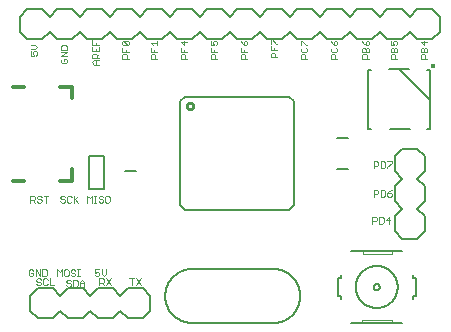
<source format=gto>
G75*
%MOIN*%
%OFA0B0*%
%FSLAX25Y25*%
%IPPOS*%
%LPD*%
%AMOC8*
5,1,8,0,0,1.08239X$1,22.5*
%
%ADD10C,0.00200*%
%ADD11C,0.00500*%
%ADD12C,0.01200*%
%ADD13C,0.00600*%
%ADD14C,0.00800*%
%ADD15C,0.01000*%
%ADD16C,0.01600*%
D10*
X0021813Y0018900D02*
X0021446Y0019267D01*
X0021813Y0018900D02*
X0022547Y0018900D01*
X0022914Y0019267D01*
X0022914Y0019634D01*
X0022547Y0020001D01*
X0021813Y0020001D01*
X0021446Y0020368D01*
X0021446Y0020735D01*
X0021813Y0021102D01*
X0022547Y0021102D01*
X0022914Y0020735D01*
X0023656Y0020735D02*
X0023656Y0019267D01*
X0024023Y0018900D01*
X0024757Y0018900D01*
X0025124Y0019267D01*
X0025866Y0018900D02*
X0027334Y0018900D01*
X0025866Y0018900D02*
X0025866Y0021102D01*
X0025124Y0020735D02*
X0024757Y0021102D01*
X0024023Y0021102D01*
X0023656Y0020735D01*
X0023366Y0021900D02*
X0024467Y0021900D01*
X0024834Y0022267D01*
X0024834Y0023735D01*
X0024467Y0024102D01*
X0023366Y0024102D01*
X0023366Y0021900D01*
X0022624Y0021900D02*
X0022624Y0024102D01*
X0021156Y0024102D02*
X0022624Y0021900D01*
X0021156Y0021900D02*
X0021156Y0024102D01*
X0020414Y0023735D02*
X0020047Y0024102D01*
X0019313Y0024102D01*
X0018946Y0023735D01*
X0018946Y0022267D01*
X0019313Y0021900D01*
X0020047Y0021900D01*
X0020414Y0022267D01*
X0020414Y0023001D01*
X0019680Y0023001D01*
X0028446Y0021900D02*
X0028446Y0024102D01*
X0029180Y0023368D01*
X0029914Y0024102D01*
X0029914Y0021900D01*
X0030656Y0022267D02*
X0031023Y0021900D01*
X0031757Y0021900D01*
X0032124Y0022267D01*
X0032124Y0023735D01*
X0031757Y0024102D01*
X0031023Y0024102D01*
X0030656Y0023735D01*
X0030656Y0022267D01*
X0031813Y0020602D02*
X0031446Y0020235D01*
X0031446Y0019868D01*
X0031813Y0019501D01*
X0032547Y0019501D01*
X0032914Y0019134D01*
X0032914Y0018767D01*
X0032547Y0018400D01*
X0031813Y0018400D01*
X0031446Y0018767D01*
X0031813Y0020602D02*
X0032547Y0020602D01*
X0032914Y0020235D01*
X0033656Y0020602D02*
X0033656Y0018400D01*
X0034757Y0018400D01*
X0035124Y0018767D01*
X0035124Y0020235D01*
X0034757Y0020602D01*
X0033656Y0020602D01*
X0033967Y0021900D02*
X0033233Y0021900D01*
X0032866Y0022267D01*
X0033233Y0023001D02*
X0033967Y0023001D01*
X0034334Y0022634D01*
X0034334Y0022267D01*
X0033967Y0021900D01*
X0035076Y0021900D02*
X0035810Y0021900D01*
X0035443Y0021900D02*
X0035443Y0024102D01*
X0035076Y0024102D02*
X0035810Y0024102D01*
X0034334Y0023735D02*
X0033967Y0024102D01*
X0033233Y0024102D01*
X0032866Y0023735D01*
X0032866Y0023368D01*
X0033233Y0023001D01*
X0035866Y0019868D02*
X0036600Y0020602D01*
X0037334Y0019868D01*
X0037334Y0018400D01*
X0037334Y0019501D02*
X0035866Y0019501D01*
X0035866Y0019868D02*
X0035866Y0018400D01*
X0040946Y0022267D02*
X0041313Y0021900D01*
X0042047Y0021900D01*
X0042414Y0022267D01*
X0042414Y0023001D01*
X0042047Y0023368D01*
X0041680Y0023368D01*
X0040946Y0023001D01*
X0040946Y0024102D01*
X0042414Y0024102D01*
X0043156Y0024102D02*
X0043156Y0022634D01*
X0043890Y0021900D01*
X0044624Y0022634D01*
X0044624Y0024102D01*
X0044656Y0021102D02*
X0046124Y0018900D01*
X0044656Y0018900D02*
X0046124Y0021102D01*
X0043914Y0020735D02*
X0043914Y0020001D01*
X0043547Y0019634D01*
X0042446Y0019634D01*
X0042446Y0018900D02*
X0042446Y0021102D01*
X0043547Y0021102D01*
X0043914Y0020735D01*
X0043180Y0019634D02*
X0043914Y0018900D01*
X0052446Y0021102D02*
X0053914Y0021102D01*
X0053180Y0021102D02*
X0053180Y0018900D01*
X0054656Y0018900D02*
X0056124Y0021102D01*
X0054656Y0021102D02*
X0056124Y0018900D01*
X0045440Y0046400D02*
X0045807Y0046767D01*
X0045807Y0048235D01*
X0045440Y0048602D01*
X0044706Y0048602D01*
X0044339Y0048235D01*
X0044339Y0046767D01*
X0044706Y0046400D01*
X0045440Y0046400D01*
X0043598Y0046767D02*
X0043231Y0046400D01*
X0042497Y0046400D01*
X0042130Y0046767D01*
X0042497Y0047501D02*
X0043231Y0047501D01*
X0043598Y0047134D01*
X0043598Y0046767D01*
X0042497Y0047501D02*
X0042130Y0047868D01*
X0042130Y0048235D01*
X0042497Y0048602D01*
X0043231Y0048602D01*
X0043598Y0048235D01*
X0041390Y0048602D02*
X0040656Y0048602D01*
X0041023Y0048602D02*
X0041023Y0046400D01*
X0040656Y0046400D02*
X0041390Y0046400D01*
X0039914Y0046400D02*
X0039914Y0048602D01*
X0039180Y0047868D01*
X0038446Y0048602D01*
X0038446Y0046400D01*
X0035334Y0046400D02*
X0034233Y0047501D01*
X0033866Y0047134D02*
X0035334Y0048602D01*
X0033866Y0048602D02*
X0033866Y0046400D01*
X0033124Y0046767D02*
X0032757Y0046400D01*
X0032023Y0046400D01*
X0031656Y0046767D01*
X0031656Y0048235D01*
X0032023Y0048602D01*
X0032757Y0048602D01*
X0033124Y0048235D01*
X0030914Y0048235D02*
X0030547Y0048602D01*
X0029813Y0048602D01*
X0029446Y0048235D01*
X0029446Y0047868D01*
X0029813Y0047501D01*
X0030547Y0047501D01*
X0030914Y0047134D01*
X0030914Y0046767D01*
X0030547Y0046400D01*
X0029813Y0046400D01*
X0029446Y0046767D01*
X0025334Y0048602D02*
X0023866Y0048602D01*
X0024600Y0048602D02*
X0024600Y0046400D01*
X0023124Y0046767D02*
X0022757Y0046400D01*
X0022023Y0046400D01*
X0021656Y0046767D01*
X0022023Y0047501D02*
X0022757Y0047501D01*
X0023124Y0047134D01*
X0023124Y0046767D01*
X0022023Y0047501D02*
X0021656Y0047868D01*
X0021656Y0048235D01*
X0022023Y0048602D01*
X0022757Y0048602D01*
X0023124Y0048235D01*
X0020914Y0048235D02*
X0020914Y0047501D01*
X0020547Y0047134D01*
X0019446Y0047134D01*
X0019446Y0046400D02*
X0019446Y0048602D01*
X0020547Y0048602D01*
X0020914Y0048235D01*
X0020180Y0047134D02*
X0020914Y0046400D01*
X0029912Y0092900D02*
X0029545Y0093267D01*
X0029545Y0094001D01*
X0029912Y0094368D01*
X0030646Y0094368D02*
X0030646Y0093634D01*
X0030646Y0094368D02*
X0031379Y0094368D01*
X0031746Y0094001D01*
X0031746Y0093267D01*
X0031379Y0092900D01*
X0029912Y0092900D01*
X0029545Y0095110D02*
X0031746Y0096578D01*
X0029545Y0096578D01*
X0029545Y0097320D02*
X0029545Y0098421D01*
X0029912Y0098788D01*
X0031379Y0098788D01*
X0031746Y0098421D01*
X0031746Y0097320D01*
X0029545Y0097320D01*
X0029545Y0095110D02*
X0031746Y0095110D01*
X0040045Y0094610D02*
X0040045Y0095711D01*
X0040412Y0096078D01*
X0041146Y0096078D01*
X0041513Y0095711D01*
X0041513Y0094610D01*
X0042246Y0094610D02*
X0040045Y0094610D01*
X0040779Y0093868D02*
X0042246Y0093868D01*
X0041146Y0093868D02*
X0041146Y0092400D01*
X0040779Y0092400D02*
X0042246Y0092400D01*
X0040779Y0092400D02*
X0040045Y0093134D01*
X0040779Y0093868D01*
X0041513Y0095344D02*
X0042246Y0096078D01*
X0042246Y0096820D02*
X0040045Y0096820D01*
X0040045Y0098288D01*
X0040045Y0099030D02*
X0040045Y0100498D01*
X0041146Y0099764D02*
X0041146Y0099030D01*
X0042246Y0099030D02*
X0040045Y0099030D01*
X0041146Y0097554D02*
X0041146Y0096820D01*
X0042246Y0096820D02*
X0042246Y0098288D01*
X0050045Y0098078D02*
X0050045Y0096610D01*
X0052246Y0096610D01*
X0051146Y0096610D02*
X0051146Y0097344D01*
X0051146Y0095868D02*
X0051512Y0095501D01*
X0051512Y0094400D01*
X0052246Y0094400D02*
X0050045Y0094400D01*
X0050045Y0095501D01*
X0050412Y0095868D01*
X0051146Y0095868D01*
X0051879Y0098820D02*
X0050412Y0100288D01*
X0051879Y0100288D01*
X0052246Y0099921D01*
X0052246Y0099187D01*
X0051879Y0098820D01*
X0050412Y0098820D01*
X0050045Y0099187D01*
X0050045Y0099921D01*
X0050412Y0100288D01*
X0059545Y0099554D02*
X0061746Y0099554D01*
X0061746Y0098820D02*
X0061746Y0100288D01*
X0060279Y0098820D02*
X0059545Y0099554D01*
X0059545Y0098078D02*
X0059545Y0096610D01*
X0061746Y0096610D01*
X0060646Y0096610D02*
X0060646Y0097344D01*
X0060646Y0095868D02*
X0061012Y0095501D01*
X0061012Y0094400D01*
X0061746Y0094400D02*
X0059545Y0094400D01*
X0059545Y0095501D01*
X0059912Y0095868D01*
X0060646Y0095868D01*
X0069545Y0095501D02*
X0069545Y0094400D01*
X0071746Y0094400D01*
X0071013Y0094400D02*
X0071013Y0095501D01*
X0070646Y0095868D01*
X0069912Y0095868D01*
X0069545Y0095501D01*
X0069545Y0096610D02*
X0069545Y0098078D01*
X0070646Y0097344D02*
X0070646Y0096610D01*
X0071746Y0096610D02*
X0069545Y0096610D01*
X0070646Y0098820D02*
X0070646Y0100288D01*
X0071746Y0099921D02*
X0069545Y0099921D01*
X0070646Y0098820D01*
X0079545Y0098820D02*
X0080646Y0098820D01*
X0080279Y0099554D01*
X0080279Y0099921D01*
X0080646Y0100288D01*
X0081379Y0100288D01*
X0081746Y0099921D01*
X0081746Y0099187D01*
X0081379Y0098820D01*
X0080646Y0097344D02*
X0080646Y0096610D01*
X0080646Y0095868D02*
X0079912Y0095868D01*
X0079545Y0095501D01*
X0079545Y0094400D01*
X0081746Y0094400D01*
X0081013Y0094400D02*
X0081013Y0095501D01*
X0080646Y0095868D01*
X0081746Y0096610D02*
X0079545Y0096610D01*
X0079545Y0098078D01*
X0079545Y0098820D02*
X0079545Y0100288D01*
X0089545Y0100288D02*
X0089912Y0099554D01*
X0090646Y0098820D01*
X0090646Y0099921D01*
X0091012Y0100288D01*
X0091379Y0100288D01*
X0091746Y0099921D01*
X0091746Y0099187D01*
X0091379Y0098820D01*
X0090646Y0098820D01*
X0089545Y0098078D02*
X0089545Y0096610D01*
X0091746Y0096610D01*
X0090646Y0096610D02*
X0090646Y0097344D01*
X0090646Y0095868D02*
X0091012Y0095501D01*
X0091012Y0094400D01*
X0091746Y0094400D02*
X0089545Y0094400D01*
X0089545Y0095501D01*
X0089912Y0095868D01*
X0090646Y0095868D01*
X0099545Y0096001D02*
X0099545Y0094900D01*
X0101746Y0094900D01*
X0101012Y0094900D02*
X0101012Y0096001D01*
X0100646Y0096368D01*
X0099912Y0096368D01*
X0099545Y0096001D01*
X0099545Y0097110D02*
X0099545Y0098578D01*
X0099545Y0099320D02*
X0099545Y0100788D01*
X0099912Y0100788D01*
X0101379Y0099320D01*
X0101746Y0099320D01*
X0100646Y0097844D02*
X0100646Y0097110D01*
X0101746Y0097110D02*
X0099545Y0097110D01*
X0109545Y0096977D02*
X0109912Y0096610D01*
X0111379Y0096610D01*
X0111746Y0096977D01*
X0111746Y0097711D01*
X0111379Y0098078D01*
X0111379Y0098820D02*
X0111746Y0098820D01*
X0111379Y0098820D02*
X0109912Y0100288D01*
X0109545Y0100288D01*
X0109545Y0098820D01*
X0109912Y0098078D02*
X0109545Y0097711D01*
X0109545Y0096977D01*
X0109912Y0095868D02*
X0109545Y0095501D01*
X0109545Y0094400D01*
X0111746Y0094400D01*
X0111012Y0094400D02*
X0111012Y0095501D01*
X0110646Y0095868D01*
X0109912Y0095868D01*
X0119545Y0095501D02*
X0119545Y0094400D01*
X0121746Y0094400D01*
X0121012Y0094400D02*
X0121012Y0095501D01*
X0120646Y0095868D01*
X0119912Y0095868D01*
X0119545Y0095501D01*
X0119912Y0096610D02*
X0121379Y0096610D01*
X0121746Y0096977D01*
X0121746Y0097711D01*
X0121379Y0098078D01*
X0121379Y0098820D02*
X0121746Y0099187D01*
X0121746Y0099921D01*
X0121379Y0100288D01*
X0121012Y0100288D01*
X0120646Y0099921D01*
X0120646Y0098820D01*
X0121379Y0098820D01*
X0120646Y0098820D02*
X0119912Y0099554D01*
X0119545Y0100288D01*
X0119912Y0098078D02*
X0119545Y0097711D01*
X0119545Y0096977D01*
X0119912Y0096610D01*
X0130045Y0096610D02*
X0130045Y0097711D01*
X0130412Y0098078D01*
X0130779Y0098078D01*
X0131146Y0097711D01*
X0131146Y0096610D01*
X0131146Y0095868D02*
X0131513Y0095501D01*
X0131513Y0094400D01*
X0132246Y0094400D02*
X0130045Y0094400D01*
X0130045Y0095501D01*
X0130412Y0095868D01*
X0131146Y0095868D01*
X0132246Y0096610D02*
X0130045Y0096610D01*
X0131146Y0097711D02*
X0131513Y0098078D01*
X0131879Y0098078D01*
X0132246Y0097711D01*
X0132246Y0096610D01*
X0131879Y0098820D02*
X0132246Y0099187D01*
X0132246Y0099921D01*
X0131879Y0100288D01*
X0131513Y0100288D01*
X0131146Y0099921D01*
X0131146Y0098820D01*
X0131879Y0098820D01*
X0131146Y0098820D02*
X0130412Y0099554D01*
X0130045Y0100288D01*
X0139545Y0100288D02*
X0139545Y0098820D01*
X0140646Y0098820D01*
X0140279Y0099554D01*
X0140279Y0099921D01*
X0140646Y0100288D01*
X0141379Y0100288D01*
X0141746Y0099921D01*
X0141746Y0099187D01*
X0141379Y0098820D01*
X0141379Y0098078D02*
X0141746Y0097711D01*
X0141746Y0096610D01*
X0139545Y0096610D01*
X0139545Y0097711D01*
X0139912Y0098078D01*
X0140279Y0098078D01*
X0140646Y0097711D01*
X0140646Y0096610D01*
X0140646Y0095868D02*
X0141013Y0095501D01*
X0141013Y0094400D01*
X0141746Y0094400D02*
X0139545Y0094400D01*
X0139545Y0095501D01*
X0139912Y0095868D01*
X0140646Y0095868D01*
X0140646Y0097711D02*
X0141013Y0098078D01*
X0141379Y0098078D01*
X0149545Y0097711D02*
X0149912Y0098078D01*
X0150279Y0098078D01*
X0150646Y0097711D01*
X0150646Y0096610D01*
X0150646Y0095868D02*
X0151013Y0095501D01*
X0151013Y0094400D01*
X0151746Y0094400D02*
X0149545Y0094400D01*
X0149545Y0095501D01*
X0149912Y0095868D01*
X0150646Y0095868D01*
X0151746Y0096610D02*
X0149545Y0096610D01*
X0149545Y0097711D01*
X0150646Y0097711D02*
X0151013Y0098078D01*
X0151379Y0098078D01*
X0151746Y0097711D01*
X0151746Y0096610D01*
X0150646Y0098820D02*
X0150646Y0100288D01*
X0151746Y0099921D02*
X0149545Y0099921D01*
X0150646Y0098820D01*
X0139834Y0060102D02*
X0138366Y0060102D01*
X0137624Y0059735D02*
X0137624Y0058267D01*
X0137257Y0057900D01*
X0136156Y0057900D01*
X0136156Y0060102D01*
X0137257Y0060102D01*
X0137624Y0059735D01*
X0138366Y0058267D02*
X0138366Y0057900D01*
X0138366Y0058267D02*
X0139834Y0059735D01*
X0139834Y0060102D01*
X0135414Y0059735D02*
X0135414Y0059001D01*
X0135047Y0058634D01*
X0133946Y0058634D01*
X0133946Y0057900D02*
X0133946Y0060102D01*
X0135047Y0060102D01*
X0135414Y0059735D01*
X0135047Y0050602D02*
X0133946Y0050602D01*
X0133946Y0048400D01*
X0133946Y0049134D02*
X0135047Y0049134D01*
X0135414Y0049501D01*
X0135414Y0050235D01*
X0135047Y0050602D01*
X0136156Y0050602D02*
X0137257Y0050602D01*
X0137624Y0050235D01*
X0137624Y0048767D01*
X0137257Y0048400D01*
X0136156Y0048400D01*
X0136156Y0050602D01*
X0138366Y0049501D02*
X0139467Y0049501D01*
X0139834Y0049134D01*
X0139834Y0048767D01*
X0139467Y0048400D01*
X0138733Y0048400D01*
X0138366Y0048767D01*
X0138366Y0049501D01*
X0139100Y0050235D01*
X0139834Y0050602D01*
X0138967Y0041602D02*
X0137866Y0040501D01*
X0139334Y0040501D01*
X0138967Y0039400D02*
X0138967Y0041602D01*
X0137124Y0041235D02*
X0137124Y0039767D01*
X0136757Y0039400D01*
X0135656Y0039400D01*
X0135656Y0041602D01*
X0136757Y0041602D01*
X0137124Y0041235D01*
X0134914Y0041235D02*
X0134914Y0040501D01*
X0134547Y0040134D01*
X0133446Y0040134D01*
X0133446Y0039400D02*
X0133446Y0041602D01*
X0134547Y0041602D01*
X0134914Y0041235D01*
X0130346Y0030300D02*
X0130346Y0029300D01*
X0139846Y0029300D01*
X0139846Y0030300D01*
X0139846Y0007300D02*
X0129846Y0007300D01*
X0129846Y0006300D01*
X0139846Y0006300D02*
X0139846Y0007300D01*
X0021746Y0095767D02*
X0021746Y0096501D01*
X0021379Y0096868D01*
X0020646Y0096868D01*
X0020279Y0096501D01*
X0020279Y0096134D01*
X0020646Y0095400D01*
X0019545Y0095400D01*
X0019545Y0096868D01*
X0019545Y0097610D02*
X0021013Y0097610D01*
X0021746Y0098344D01*
X0021013Y0099078D01*
X0019545Y0099078D01*
X0021746Y0095767D02*
X0021379Y0095400D01*
D11*
X0038846Y0061800D02*
X0043846Y0061800D01*
X0043846Y0050800D01*
X0038846Y0050800D01*
X0038846Y0061800D01*
X0050971Y0057050D02*
X0054721Y0057050D01*
X0121471Y0057550D02*
X0125221Y0057550D01*
X0125221Y0068050D02*
X0121471Y0068050D01*
D12*
X0033157Y0057489D02*
X0033157Y0053552D01*
X0029220Y0053552D01*
X0017409Y0053552D02*
X0013472Y0053552D01*
X0033157Y0081111D02*
X0033157Y0085048D01*
X0033086Y0085020D02*
X0029220Y0085020D01*
X0029220Y0085048D01*
X0017409Y0085048D02*
X0013472Y0085048D01*
D13*
X0121846Y0021300D02*
X0121846Y0015300D01*
X0122846Y0015300D01*
X0122846Y0014300D01*
X0122846Y0021300D02*
X0122846Y0022300D01*
X0122846Y0021300D02*
X0121846Y0021300D01*
X0126346Y0030300D02*
X0130346Y0030300D01*
X0139846Y0030300D01*
X0143346Y0030300D01*
X0146846Y0022300D02*
X0146846Y0021300D01*
X0147846Y0021300D01*
X0147846Y0015300D01*
X0146846Y0015300D01*
X0146846Y0014300D01*
X0143346Y0006300D02*
X0139846Y0006300D01*
X0129846Y0006300D01*
X0126346Y0006300D01*
X0133846Y0018300D02*
X0133848Y0018363D01*
X0133854Y0018425D01*
X0133864Y0018487D01*
X0133877Y0018549D01*
X0133895Y0018609D01*
X0133916Y0018668D01*
X0133941Y0018726D01*
X0133970Y0018782D01*
X0134002Y0018836D01*
X0134037Y0018888D01*
X0134075Y0018937D01*
X0134117Y0018985D01*
X0134161Y0019029D01*
X0134209Y0019071D01*
X0134258Y0019109D01*
X0134310Y0019144D01*
X0134364Y0019176D01*
X0134420Y0019205D01*
X0134478Y0019230D01*
X0134537Y0019251D01*
X0134597Y0019269D01*
X0134659Y0019282D01*
X0134721Y0019292D01*
X0134783Y0019298D01*
X0134846Y0019300D01*
X0134909Y0019298D01*
X0134971Y0019292D01*
X0135033Y0019282D01*
X0135095Y0019269D01*
X0135155Y0019251D01*
X0135214Y0019230D01*
X0135272Y0019205D01*
X0135328Y0019176D01*
X0135382Y0019144D01*
X0135434Y0019109D01*
X0135483Y0019071D01*
X0135531Y0019029D01*
X0135575Y0018985D01*
X0135617Y0018937D01*
X0135655Y0018888D01*
X0135690Y0018836D01*
X0135722Y0018782D01*
X0135751Y0018726D01*
X0135776Y0018668D01*
X0135797Y0018609D01*
X0135815Y0018549D01*
X0135828Y0018487D01*
X0135838Y0018425D01*
X0135844Y0018363D01*
X0135846Y0018300D01*
X0135844Y0018237D01*
X0135838Y0018175D01*
X0135828Y0018113D01*
X0135815Y0018051D01*
X0135797Y0017991D01*
X0135776Y0017932D01*
X0135751Y0017874D01*
X0135722Y0017818D01*
X0135690Y0017764D01*
X0135655Y0017712D01*
X0135617Y0017663D01*
X0135575Y0017615D01*
X0135531Y0017571D01*
X0135483Y0017529D01*
X0135434Y0017491D01*
X0135382Y0017456D01*
X0135328Y0017424D01*
X0135272Y0017395D01*
X0135214Y0017370D01*
X0135155Y0017349D01*
X0135095Y0017331D01*
X0135033Y0017318D01*
X0134971Y0017308D01*
X0134909Y0017302D01*
X0134846Y0017300D01*
X0134783Y0017302D01*
X0134721Y0017308D01*
X0134659Y0017318D01*
X0134597Y0017331D01*
X0134537Y0017349D01*
X0134478Y0017370D01*
X0134420Y0017395D01*
X0134364Y0017424D01*
X0134310Y0017456D01*
X0134258Y0017491D01*
X0134209Y0017529D01*
X0134161Y0017571D01*
X0134117Y0017615D01*
X0134075Y0017663D01*
X0134037Y0017712D01*
X0134002Y0017764D01*
X0133970Y0017818D01*
X0133941Y0017874D01*
X0133916Y0017932D01*
X0133895Y0017991D01*
X0133877Y0018051D01*
X0133864Y0018113D01*
X0133854Y0018175D01*
X0133848Y0018237D01*
X0133846Y0018300D01*
X0127846Y0018300D02*
X0127848Y0018472D01*
X0127854Y0018643D01*
X0127865Y0018815D01*
X0127880Y0018986D01*
X0127899Y0019157D01*
X0127922Y0019327D01*
X0127949Y0019497D01*
X0127981Y0019666D01*
X0128016Y0019834D01*
X0128056Y0020001D01*
X0128100Y0020167D01*
X0128147Y0020332D01*
X0128199Y0020496D01*
X0128255Y0020658D01*
X0128315Y0020819D01*
X0128379Y0020979D01*
X0128447Y0021137D01*
X0128518Y0021293D01*
X0128593Y0021447D01*
X0128673Y0021600D01*
X0128755Y0021750D01*
X0128842Y0021899D01*
X0128932Y0022045D01*
X0129026Y0022189D01*
X0129123Y0022331D01*
X0129224Y0022470D01*
X0129328Y0022607D01*
X0129435Y0022741D01*
X0129546Y0022872D01*
X0129659Y0023001D01*
X0129776Y0023127D01*
X0129896Y0023250D01*
X0130019Y0023370D01*
X0130145Y0023487D01*
X0130274Y0023600D01*
X0130405Y0023711D01*
X0130539Y0023818D01*
X0130676Y0023922D01*
X0130815Y0024023D01*
X0130957Y0024120D01*
X0131101Y0024214D01*
X0131247Y0024304D01*
X0131396Y0024391D01*
X0131546Y0024473D01*
X0131699Y0024553D01*
X0131853Y0024628D01*
X0132009Y0024699D01*
X0132167Y0024767D01*
X0132327Y0024831D01*
X0132488Y0024891D01*
X0132650Y0024947D01*
X0132814Y0024999D01*
X0132979Y0025046D01*
X0133145Y0025090D01*
X0133312Y0025130D01*
X0133480Y0025165D01*
X0133649Y0025197D01*
X0133819Y0025224D01*
X0133989Y0025247D01*
X0134160Y0025266D01*
X0134331Y0025281D01*
X0134503Y0025292D01*
X0134674Y0025298D01*
X0134846Y0025300D01*
X0135018Y0025298D01*
X0135189Y0025292D01*
X0135361Y0025281D01*
X0135532Y0025266D01*
X0135703Y0025247D01*
X0135873Y0025224D01*
X0136043Y0025197D01*
X0136212Y0025165D01*
X0136380Y0025130D01*
X0136547Y0025090D01*
X0136713Y0025046D01*
X0136878Y0024999D01*
X0137042Y0024947D01*
X0137204Y0024891D01*
X0137365Y0024831D01*
X0137525Y0024767D01*
X0137683Y0024699D01*
X0137839Y0024628D01*
X0137993Y0024553D01*
X0138146Y0024473D01*
X0138296Y0024391D01*
X0138445Y0024304D01*
X0138591Y0024214D01*
X0138735Y0024120D01*
X0138877Y0024023D01*
X0139016Y0023922D01*
X0139153Y0023818D01*
X0139287Y0023711D01*
X0139418Y0023600D01*
X0139547Y0023487D01*
X0139673Y0023370D01*
X0139796Y0023250D01*
X0139916Y0023127D01*
X0140033Y0023001D01*
X0140146Y0022872D01*
X0140257Y0022741D01*
X0140364Y0022607D01*
X0140468Y0022470D01*
X0140569Y0022331D01*
X0140666Y0022189D01*
X0140760Y0022045D01*
X0140850Y0021899D01*
X0140937Y0021750D01*
X0141019Y0021600D01*
X0141099Y0021447D01*
X0141174Y0021293D01*
X0141245Y0021137D01*
X0141313Y0020979D01*
X0141377Y0020819D01*
X0141437Y0020658D01*
X0141493Y0020496D01*
X0141545Y0020332D01*
X0141592Y0020167D01*
X0141636Y0020001D01*
X0141676Y0019834D01*
X0141711Y0019666D01*
X0141743Y0019497D01*
X0141770Y0019327D01*
X0141793Y0019157D01*
X0141812Y0018986D01*
X0141827Y0018815D01*
X0141838Y0018643D01*
X0141844Y0018472D01*
X0141846Y0018300D01*
X0141844Y0018128D01*
X0141838Y0017957D01*
X0141827Y0017785D01*
X0141812Y0017614D01*
X0141793Y0017443D01*
X0141770Y0017273D01*
X0141743Y0017103D01*
X0141711Y0016934D01*
X0141676Y0016766D01*
X0141636Y0016599D01*
X0141592Y0016433D01*
X0141545Y0016268D01*
X0141493Y0016104D01*
X0141437Y0015942D01*
X0141377Y0015781D01*
X0141313Y0015621D01*
X0141245Y0015463D01*
X0141174Y0015307D01*
X0141099Y0015153D01*
X0141019Y0015000D01*
X0140937Y0014850D01*
X0140850Y0014701D01*
X0140760Y0014555D01*
X0140666Y0014411D01*
X0140569Y0014269D01*
X0140468Y0014130D01*
X0140364Y0013993D01*
X0140257Y0013859D01*
X0140146Y0013728D01*
X0140033Y0013599D01*
X0139916Y0013473D01*
X0139796Y0013350D01*
X0139673Y0013230D01*
X0139547Y0013113D01*
X0139418Y0013000D01*
X0139287Y0012889D01*
X0139153Y0012782D01*
X0139016Y0012678D01*
X0138877Y0012577D01*
X0138735Y0012480D01*
X0138591Y0012386D01*
X0138445Y0012296D01*
X0138296Y0012209D01*
X0138146Y0012127D01*
X0137993Y0012047D01*
X0137839Y0011972D01*
X0137683Y0011901D01*
X0137525Y0011833D01*
X0137365Y0011769D01*
X0137204Y0011709D01*
X0137042Y0011653D01*
X0136878Y0011601D01*
X0136713Y0011554D01*
X0136547Y0011510D01*
X0136380Y0011470D01*
X0136212Y0011435D01*
X0136043Y0011403D01*
X0135873Y0011376D01*
X0135703Y0011353D01*
X0135532Y0011334D01*
X0135361Y0011319D01*
X0135189Y0011308D01*
X0135018Y0011302D01*
X0134846Y0011300D01*
X0134674Y0011302D01*
X0134503Y0011308D01*
X0134331Y0011319D01*
X0134160Y0011334D01*
X0133989Y0011353D01*
X0133819Y0011376D01*
X0133649Y0011403D01*
X0133480Y0011435D01*
X0133312Y0011470D01*
X0133145Y0011510D01*
X0132979Y0011554D01*
X0132814Y0011601D01*
X0132650Y0011653D01*
X0132488Y0011709D01*
X0132327Y0011769D01*
X0132167Y0011833D01*
X0132009Y0011901D01*
X0131853Y0011972D01*
X0131699Y0012047D01*
X0131546Y0012127D01*
X0131396Y0012209D01*
X0131247Y0012296D01*
X0131101Y0012386D01*
X0130957Y0012480D01*
X0130815Y0012577D01*
X0130676Y0012678D01*
X0130539Y0012782D01*
X0130405Y0012889D01*
X0130274Y0013000D01*
X0130145Y0013113D01*
X0130019Y0013230D01*
X0129896Y0013350D01*
X0129776Y0013473D01*
X0129659Y0013599D01*
X0129546Y0013728D01*
X0129435Y0013859D01*
X0129328Y0013993D01*
X0129224Y0014130D01*
X0129123Y0014269D01*
X0129026Y0014411D01*
X0128932Y0014555D01*
X0128842Y0014701D01*
X0128755Y0014850D01*
X0128673Y0015000D01*
X0128593Y0015153D01*
X0128518Y0015307D01*
X0128447Y0015463D01*
X0128379Y0015621D01*
X0128315Y0015781D01*
X0128255Y0015942D01*
X0128199Y0016104D01*
X0128147Y0016268D01*
X0128100Y0016433D01*
X0128056Y0016599D01*
X0128016Y0016766D01*
X0127981Y0016934D01*
X0127949Y0017103D01*
X0127922Y0017273D01*
X0127899Y0017443D01*
X0127880Y0017614D01*
X0127865Y0017785D01*
X0127854Y0017957D01*
X0127848Y0018128D01*
X0127846Y0018300D01*
D14*
X0019346Y0015300D02*
X0019346Y0010300D01*
X0021846Y0007800D01*
X0026846Y0007800D01*
X0029346Y0010300D01*
X0031846Y0007800D01*
X0036846Y0007800D01*
X0039346Y0010300D01*
X0041846Y0007800D01*
X0046846Y0007800D01*
X0049346Y0010300D01*
X0051846Y0007800D01*
X0056846Y0007800D01*
X0059346Y0010300D01*
X0059346Y0015300D01*
X0056846Y0017800D01*
X0051846Y0017800D01*
X0049346Y0015300D01*
X0046846Y0017800D01*
X0041846Y0017800D01*
X0039346Y0015300D01*
X0036846Y0017800D01*
X0031846Y0017800D01*
X0029346Y0015300D01*
X0026846Y0017800D01*
X0021846Y0017800D01*
X0019346Y0015300D01*
X0069449Y0045477D02*
X0069449Y0080123D01*
X0071024Y0081698D01*
X0105669Y0081698D01*
X0107244Y0080123D01*
X0107244Y0045477D01*
X0105669Y0043902D01*
X0071024Y0043902D01*
X0069449Y0045477D01*
X0073346Y0024300D02*
X0100346Y0024300D01*
X0100565Y0024297D01*
X0100784Y0024289D01*
X0101003Y0024276D01*
X0101221Y0024257D01*
X0101439Y0024233D01*
X0101656Y0024204D01*
X0101873Y0024170D01*
X0102088Y0024130D01*
X0102303Y0024085D01*
X0102516Y0024034D01*
X0102728Y0023979D01*
X0102939Y0023918D01*
X0103148Y0023853D01*
X0103355Y0023782D01*
X0103561Y0023706D01*
X0103765Y0023625D01*
X0103967Y0023540D01*
X0104166Y0023449D01*
X0104363Y0023354D01*
X0104558Y0023253D01*
X0104751Y0023148D01*
X0104941Y0023039D01*
X0105128Y0022925D01*
X0105312Y0022806D01*
X0105493Y0022683D01*
X0105671Y0022555D01*
X0105847Y0022423D01*
X0106018Y0022287D01*
X0106187Y0022147D01*
X0106352Y0022003D01*
X0106513Y0021855D01*
X0106671Y0021703D01*
X0106825Y0021547D01*
X0106975Y0021387D01*
X0107122Y0021224D01*
X0107264Y0021057D01*
X0107402Y0020887D01*
X0107536Y0020713D01*
X0107666Y0020537D01*
X0107791Y0020357D01*
X0107912Y0020174D01*
X0108028Y0019988D01*
X0108140Y0019800D01*
X0108247Y0019609D01*
X0108350Y0019415D01*
X0108448Y0019219D01*
X0108541Y0019021D01*
X0108629Y0018820D01*
X0108712Y0018617D01*
X0108791Y0018412D01*
X0108864Y0018206D01*
X0108932Y0017998D01*
X0108995Y0017788D01*
X0109053Y0017576D01*
X0109106Y0017364D01*
X0109154Y0017150D01*
X0109196Y0016935D01*
X0109233Y0016719D01*
X0109265Y0016502D01*
X0109292Y0016284D01*
X0109313Y0016066D01*
X0109329Y0015848D01*
X0109340Y0015629D01*
X0109345Y0015410D01*
X0109345Y0015190D01*
X0109340Y0014971D01*
X0109329Y0014752D01*
X0109313Y0014534D01*
X0109292Y0014316D01*
X0109265Y0014098D01*
X0109233Y0013881D01*
X0109196Y0013665D01*
X0109154Y0013450D01*
X0109106Y0013236D01*
X0109053Y0013024D01*
X0108995Y0012812D01*
X0108932Y0012602D01*
X0108864Y0012394D01*
X0108791Y0012188D01*
X0108712Y0011983D01*
X0108629Y0011780D01*
X0108541Y0011579D01*
X0108448Y0011381D01*
X0108350Y0011185D01*
X0108247Y0010991D01*
X0108140Y0010800D01*
X0108028Y0010612D01*
X0107912Y0010426D01*
X0107791Y0010243D01*
X0107666Y0010063D01*
X0107536Y0009887D01*
X0107402Y0009713D01*
X0107264Y0009543D01*
X0107122Y0009376D01*
X0106975Y0009213D01*
X0106825Y0009053D01*
X0106671Y0008897D01*
X0106513Y0008745D01*
X0106352Y0008597D01*
X0106187Y0008453D01*
X0106018Y0008313D01*
X0105847Y0008177D01*
X0105671Y0008045D01*
X0105493Y0007917D01*
X0105312Y0007794D01*
X0105128Y0007675D01*
X0104941Y0007561D01*
X0104751Y0007452D01*
X0104558Y0007347D01*
X0104363Y0007246D01*
X0104166Y0007151D01*
X0103967Y0007060D01*
X0103765Y0006975D01*
X0103561Y0006894D01*
X0103355Y0006818D01*
X0103148Y0006747D01*
X0102939Y0006682D01*
X0102728Y0006621D01*
X0102516Y0006566D01*
X0102303Y0006515D01*
X0102088Y0006470D01*
X0101873Y0006430D01*
X0101656Y0006396D01*
X0101439Y0006367D01*
X0101221Y0006343D01*
X0101003Y0006324D01*
X0100784Y0006311D01*
X0100565Y0006303D01*
X0100346Y0006300D01*
X0073346Y0006300D01*
X0073127Y0006303D01*
X0072908Y0006311D01*
X0072689Y0006324D01*
X0072471Y0006343D01*
X0072253Y0006367D01*
X0072036Y0006396D01*
X0071819Y0006430D01*
X0071604Y0006470D01*
X0071389Y0006515D01*
X0071176Y0006566D01*
X0070964Y0006621D01*
X0070753Y0006682D01*
X0070544Y0006747D01*
X0070337Y0006818D01*
X0070131Y0006894D01*
X0069927Y0006975D01*
X0069725Y0007060D01*
X0069526Y0007151D01*
X0069329Y0007246D01*
X0069134Y0007347D01*
X0068941Y0007452D01*
X0068751Y0007561D01*
X0068564Y0007675D01*
X0068380Y0007794D01*
X0068199Y0007917D01*
X0068021Y0008045D01*
X0067845Y0008177D01*
X0067674Y0008313D01*
X0067505Y0008453D01*
X0067340Y0008597D01*
X0067179Y0008745D01*
X0067021Y0008897D01*
X0066867Y0009053D01*
X0066717Y0009213D01*
X0066570Y0009376D01*
X0066428Y0009543D01*
X0066290Y0009713D01*
X0066156Y0009887D01*
X0066026Y0010063D01*
X0065901Y0010243D01*
X0065780Y0010426D01*
X0065664Y0010612D01*
X0065552Y0010800D01*
X0065445Y0010991D01*
X0065342Y0011185D01*
X0065244Y0011381D01*
X0065151Y0011579D01*
X0065063Y0011780D01*
X0064980Y0011983D01*
X0064901Y0012188D01*
X0064828Y0012394D01*
X0064760Y0012602D01*
X0064697Y0012812D01*
X0064639Y0013024D01*
X0064586Y0013236D01*
X0064538Y0013450D01*
X0064496Y0013665D01*
X0064459Y0013881D01*
X0064427Y0014098D01*
X0064400Y0014316D01*
X0064379Y0014534D01*
X0064363Y0014752D01*
X0064352Y0014971D01*
X0064347Y0015190D01*
X0064347Y0015410D01*
X0064352Y0015629D01*
X0064363Y0015848D01*
X0064379Y0016066D01*
X0064400Y0016284D01*
X0064427Y0016502D01*
X0064459Y0016719D01*
X0064496Y0016935D01*
X0064538Y0017150D01*
X0064586Y0017364D01*
X0064639Y0017576D01*
X0064697Y0017788D01*
X0064760Y0017998D01*
X0064828Y0018206D01*
X0064901Y0018412D01*
X0064980Y0018617D01*
X0065063Y0018820D01*
X0065151Y0019021D01*
X0065244Y0019219D01*
X0065342Y0019415D01*
X0065445Y0019609D01*
X0065552Y0019800D01*
X0065664Y0019988D01*
X0065780Y0020174D01*
X0065901Y0020357D01*
X0066026Y0020537D01*
X0066156Y0020713D01*
X0066290Y0020887D01*
X0066428Y0021057D01*
X0066570Y0021224D01*
X0066717Y0021387D01*
X0066867Y0021547D01*
X0067021Y0021703D01*
X0067179Y0021855D01*
X0067340Y0022003D01*
X0067505Y0022147D01*
X0067674Y0022287D01*
X0067845Y0022423D01*
X0068021Y0022555D01*
X0068199Y0022683D01*
X0068380Y0022806D01*
X0068564Y0022925D01*
X0068751Y0023039D01*
X0068941Y0023148D01*
X0069134Y0023253D01*
X0069329Y0023354D01*
X0069526Y0023449D01*
X0069725Y0023540D01*
X0069927Y0023625D01*
X0070131Y0023706D01*
X0070337Y0023782D01*
X0070544Y0023853D01*
X0070753Y0023918D01*
X0070964Y0023979D01*
X0071176Y0024034D01*
X0071389Y0024085D01*
X0071604Y0024130D01*
X0071819Y0024170D01*
X0072036Y0024204D01*
X0072253Y0024233D01*
X0072471Y0024257D01*
X0072689Y0024276D01*
X0072908Y0024289D01*
X0073127Y0024297D01*
X0073346Y0024300D01*
X0132046Y0071000D02*
X0132046Y0071200D01*
X0132066Y0071200D01*
X0132066Y0090690D01*
X0132976Y0090690D01*
X0138946Y0090800D02*
X0142346Y0090800D01*
X0152346Y0080800D01*
X0152546Y0071120D02*
X0152556Y0071120D01*
X0152556Y0090680D01*
X0151666Y0090680D01*
X0145746Y0090800D02*
X0142346Y0090800D01*
X0143346Y0100800D02*
X0138346Y0100800D01*
X0135846Y0103300D01*
X0133346Y0100800D01*
X0128346Y0100800D01*
X0125846Y0103300D01*
X0123346Y0100800D01*
X0118346Y0100800D01*
X0115846Y0103300D01*
X0113346Y0100800D01*
X0108346Y0100800D01*
X0105846Y0103300D01*
X0103346Y0100800D01*
X0098346Y0100800D01*
X0095846Y0103300D01*
X0093346Y0100800D01*
X0088346Y0100800D01*
X0085846Y0103300D01*
X0083346Y0100800D01*
X0078346Y0100800D01*
X0075846Y0103300D01*
X0073346Y0100800D01*
X0068346Y0100800D01*
X0065846Y0103300D01*
X0063346Y0100800D01*
X0058346Y0100800D01*
X0055846Y0103300D01*
X0053346Y0100800D01*
X0048346Y0100800D01*
X0045846Y0103300D01*
X0043346Y0100800D01*
X0038346Y0100800D01*
X0035846Y0103300D01*
X0033346Y0100800D01*
X0028346Y0100800D01*
X0025846Y0103300D01*
X0023346Y0100800D01*
X0018346Y0100800D01*
X0015846Y0103300D01*
X0015846Y0108300D01*
X0018346Y0110800D01*
X0023346Y0110800D01*
X0025846Y0108300D01*
X0028346Y0110800D01*
X0033346Y0110800D01*
X0035846Y0108300D01*
X0038346Y0110800D01*
X0043346Y0110800D01*
X0045846Y0108300D01*
X0048346Y0110800D01*
X0053346Y0110800D01*
X0055846Y0108300D01*
X0058346Y0110800D01*
X0063346Y0110800D01*
X0065846Y0108300D01*
X0068346Y0110800D01*
X0073346Y0110800D01*
X0075846Y0108300D01*
X0078346Y0110800D01*
X0083346Y0110800D01*
X0085846Y0108300D01*
X0088346Y0110800D01*
X0093346Y0110800D01*
X0095846Y0108300D01*
X0098346Y0110800D01*
X0103346Y0110800D01*
X0105846Y0108300D01*
X0108346Y0110800D01*
X0113346Y0110800D01*
X0115846Y0108300D01*
X0118346Y0110800D01*
X0123346Y0110800D01*
X0125846Y0108300D01*
X0128346Y0110800D01*
X0133346Y0110800D01*
X0135846Y0108300D01*
X0138346Y0110800D01*
X0143346Y0110800D01*
X0145846Y0108300D01*
X0148346Y0110800D01*
X0153346Y0110800D01*
X0155846Y0108300D01*
X0155846Y0103300D01*
X0153346Y0100800D01*
X0148346Y0100800D01*
X0145846Y0103300D01*
X0143346Y0100800D01*
X0145846Y0070800D02*
X0139146Y0070800D01*
X0133046Y0071000D02*
X0132046Y0071000D01*
X0140846Y0061800D02*
X0143346Y0064300D01*
X0148346Y0064300D01*
X0150846Y0061800D01*
X0150846Y0056800D01*
X0148346Y0054300D01*
X0150846Y0051800D01*
X0150846Y0046800D01*
X0148346Y0044300D01*
X0150846Y0041800D01*
X0150846Y0036800D01*
X0148346Y0034300D01*
X0143346Y0034300D01*
X0140846Y0036800D01*
X0140846Y0041800D01*
X0143346Y0044300D01*
X0140846Y0046800D01*
X0140846Y0051800D01*
X0143346Y0054300D01*
X0140846Y0056800D01*
X0140846Y0061800D01*
X0151476Y0070920D02*
X0152546Y0070920D01*
X0152546Y0071120D01*
D15*
X0071485Y0078548D02*
X0071487Y0078615D01*
X0071493Y0078681D01*
X0071503Y0078747D01*
X0071517Y0078812D01*
X0071534Y0078876D01*
X0071556Y0078939D01*
X0071581Y0079001D01*
X0071610Y0079061D01*
X0071643Y0079119D01*
X0071678Y0079175D01*
X0071718Y0079229D01*
X0071760Y0079280D01*
X0071805Y0079329D01*
X0071853Y0079375D01*
X0071904Y0079418D01*
X0071957Y0079458D01*
X0072013Y0079495D01*
X0072071Y0079528D01*
X0072130Y0079558D01*
X0072191Y0079584D01*
X0072254Y0079607D01*
X0072318Y0079625D01*
X0072383Y0079640D01*
X0072449Y0079651D01*
X0072515Y0079658D01*
X0072581Y0079661D01*
X0072648Y0079660D01*
X0072714Y0079655D01*
X0072780Y0079646D01*
X0072846Y0079633D01*
X0072910Y0079616D01*
X0072973Y0079596D01*
X0073035Y0079571D01*
X0073096Y0079543D01*
X0073155Y0079512D01*
X0073211Y0079477D01*
X0073266Y0079439D01*
X0073318Y0079397D01*
X0073367Y0079352D01*
X0073414Y0079305D01*
X0073458Y0079255D01*
X0073498Y0079202D01*
X0073536Y0079147D01*
X0073570Y0079090D01*
X0073601Y0079031D01*
X0073628Y0078970D01*
X0073651Y0078908D01*
X0073671Y0078844D01*
X0073687Y0078779D01*
X0073699Y0078714D01*
X0073707Y0078648D01*
X0073711Y0078581D01*
X0073711Y0078515D01*
X0073707Y0078448D01*
X0073699Y0078382D01*
X0073687Y0078317D01*
X0073671Y0078252D01*
X0073651Y0078188D01*
X0073628Y0078126D01*
X0073601Y0078065D01*
X0073570Y0078006D01*
X0073536Y0077949D01*
X0073498Y0077894D01*
X0073458Y0077841D01*
X0073414Y0077791D01*
X0073367Y0077744D01*
X0073318Y0077699D01*
X0073266Y0077657D01*
X0073211Y0077619D01*
X0073154Y0077584D01*
X0073096Y0077553D01*
X0073035Y0077525D01*
X0072973Y0077500D01*
X0072910Y0077480D01*
X0072846Y0077463D01*
X0072780Y0077450D01*
X0072714Y0077441D01*
X0072648Y0077436D01*
X0072581Y0077435D01*
X0072515Y0077438D01*
X0072449Y0077445D01*
X0072383Y0077456D01*
X0072318Y0077471D01*
X0072254Y0077489D01*
X0072191Y0077512D01*
X0072130Y0077538D01*
X0072071Y0077568D01*
X0072013Y0077601D01*
X0071957Y0077638D01*
X0071904Y0077678D01*
X0071853Y0077721D01*
X0071805Y0077767D01*
X0071760Y0077816D01*
X0071718Y0077867D01*
X0071678Y0077921D01*
X0071643Y0077977D01*
X0071610Y0078035D01*
X0071581Y0078095D01*
X0071556Y0078157D01*
X0071534Y0078220D01*
X0071517Y0078284D01*
X0071503Y0078349D01*
X0071493Y0078415D01*
X0071487Y0078481D01*
X0071485Y0078548D01*
D16*
X0153596Y0092050D03*
M02*

</source>
